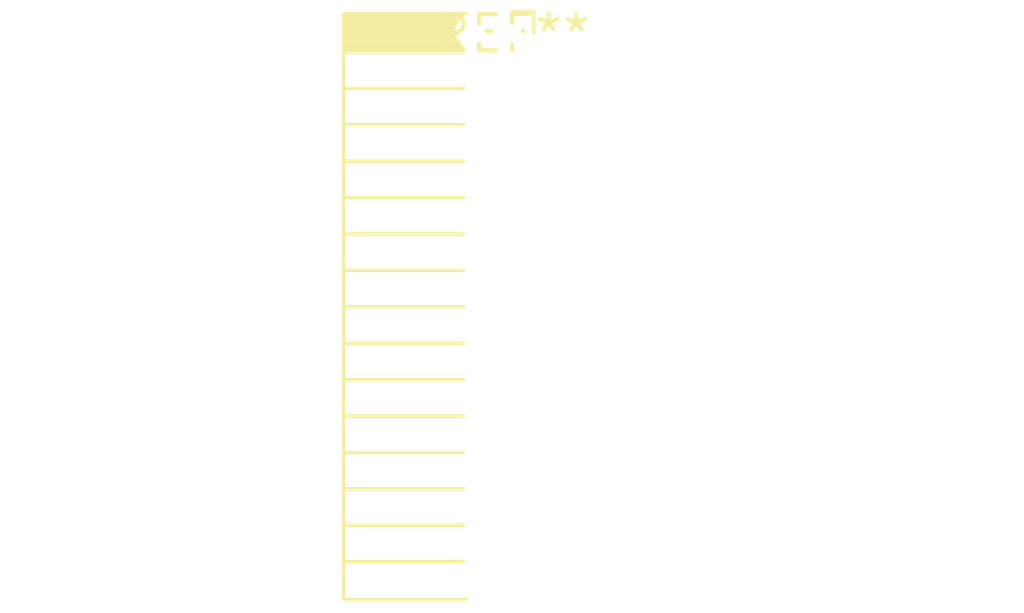
<source format=kicad_pcb>
(kicad_pcb (version 20240108) (generator pcbnew)
  (layers (0 "F.Cu" signal) (31 "B.Cu" signal) (34 "B.Paste" user) (35 "F.Paste" user) (36 "B.SilkS" user "B.Silkscreen") (37 "F.SilkS" user "F.Silkscreen") (38 "B.Mask" user) (39 "F.Mask" user) (44 "Edge.Cuts" user))
  (net 0 "")
  (footprint "PinSocket_2x16_P1.27mm_Horizontal" (layer "F.Cu") (at 0 0)
    (property "Reference" "REF**")
    (property "Value" "PinSocket_2x16_P1.27mm_Horizontal")
    (fp_line (start -5.88 -0.695) (end -5.88 19.745) (layer "F.SilkS") (stroke (width 0.12)))
    (fp_line (start -5.88 -0.695) (end -1.57753 -0.695) (layer "F.SilkS") (stroke (width 0.12)))
    (fp_line (start -5.88 -0.575) (end -1.766966 -0.575) (layer "F.SilkS") (stroke (width 0.12)))
    (fp_line (start -5.88 -0.465) (end -1.871145 -0.465) (layer "F.SilkS") (stroke (width 0.12)))
    (fp_line (start -5.88 -0.355) (end -1.941993 -0.355) (layer "F.SilkS") (stroke (width 0.12)))
    (fp_line (start -5.88 -0.245) (end -1.989427 -0.245) (layer "F.SilkS") (stroke (width 0.12)))
    (fp_line (start -5.88 -0.135) (end -2.017914 -0.135) (layer "F.SilkS") (stroke (width 0.12)))
    (fp_line (start -5.88 -0.025) (end -2.029589 -0.025) (layer "F.SilkS") (stroke (width 0.12)))
    (fp_line (start -5.88 0.085) (end -2.025232 0.085) (layer "F.SilkS") (stroke (width 0.12)))
    (fp_line (start -5.88 0.195) (end -2.004558 0.195) (layer "F.SilkS") (stroke (width 0.12)))
    (fp_line (start -5.88 0.305) (end -1.966114 0.305) (layer "F.SilkS") (stroke (width 0.12)))
    (fp_line (start -5.88 0.415) (end -1.906691 0.415) (layer "F.SilkS") (stroke (width 0.12)))
    (fp_line (start -5.88 0.525) (end -1.819523 0.525) (layer "F.SilkS") (stroke (width 0.12)))
    (fp_line (start -5.88 0.635) (end -1.687582 0.635) (layer "F.SilkS") (stroke (width 0.12)))
    (fp_line (start -5.88 1.905) (end -1.687582 1.905) (layer "F.SilkS") (stroke (width 0.12)))
    (fp_line (start -5.88 3.175) (end -1.687582 3.175) (layer "F.SilkS") (stroke (width 0.12)))
    (fp_line (start -5.88 4.445) (end -1.687582 4.445) (layer "F.SilkS") (stroke (width 0.12)))
    (fp_line (start -5.88 5.715) (end -1.687582 5.715) (layer "F.SilkS") (stroke (width 0.12)))
    (fp_line (start -5.88 6.985) (end -1.687582 6.985) (layer "F.SilkS") (stroke (width 0.12)))
    (fp_line (start -5.88 8.255) (end -1.687582 8.255) (layer "F.SilkS") (stroke (width 0.12)))
    (fp_line (start -5.88 9.525) (end -1.687582 9.525) (layer "F.SilkS") (stroke (width 0.12)))
    (fp_line (start -5.88 10.795) (end -1.687582 10.795) (layer "F.SilkS") (stroke (width 0.12)))
    (fp_line (start -5.88 12.065) (end -1.687582 12.065) (layer "F.SilkS") (stroke (width 0.12)))
    (fp_line (start -5.88 13.335) (end -1.687582 13.335) (layer "F.SilkS") (stroke (width 0.12)))
    (fp_line (start -5.88 14.605) (end -1.687582 14.605) (layer "F.SilkS") (stroke (width 0.12)))
    (fp_line (start -5.88 15.875) (end -1.687582 15.875) (layer "F.SilkS") (stroke (width 0.12)))
    (fp_line (start -5.88 17.145) (end -1.687582 17.145) (layer "F.SilkS") (stroke (width 0.12)))
    (fp_line (start -5.88 18.415) (end -1.687582 18.415) (layer "F.SilkS") (stroke (width 0.12)))
    (fp_line (start -5.88 19.745) (end -1.57753 19.745) (layer "F.SilkS") (stroke (width 0.12)))
    (fp_line (start 0 -0.76) (end 0.76 -0.76) (layer "F.SilkS") (stroke (width 0.12)))
    (fp_line (start 0.76 -0.76) (end 0.76 0) (layer "F.SilkS") (stroke (width 0.12)))
    (pad "1" thru_hole rect (at 0 0) (size 1 1) (drill 0.65) (layers *.Cu *.Mask) (remove_unused_layers))
    (pad "2" thru_hole oval (at -1.27 0) (size 1 1) (drill 0.65) (layers *.Cu *.Mask) (remove_unused_layers))
    (pad "3" thru_hole oval (at 0 1.27) (size 1 1) (drill 0.65) (layers *.Cu *.Mask) (remove_unused_layers))
    (pad "4" thru_hole oval (at -1.27 1.27) (size 1 1) (drill 0.65) (layers *.Cu *.Mask) (remove_unused_layers))
    (pad "5" thru_hole oval (at 0 2.54) (size 1 1) (drill 0.65) (layers *.Cu *.Mask) (remove_unused_layers))
    (pad "6" thru_hole oval (at -1.27 2.54) (size 1 1) (drill 0.65) (layers *.Cu *.Mask) (remove_unused_layers))
    (pad "7" thru_hole oval (at 0 3.81) (size 1 1) (drill 0.65) (layers *.Cu *.Mask) (remove_unused_layers))
    (pad "8" thru_hole oval (at -1.27 3.81) (size 1 1) (drill 0.65) (layers *.Cu *.Mask) (remove_unused_layers))
    (pad "9" thru_hole oval (at 0 5.08) (size 1 1) (drill 0.65) (layers *.Cu *.Mask) (remove_unused_layers))
    (pad "10" thru_hole oval (at -1.27 5.08) (size 1 1) (drill 0.65) (layers *.Cu *.Mask) (remove_unused_layers))
    (pad "11" thru_hole oval (at 0 6.35) (size 1 1) (drill 0.65) (layers *.Cu *.Mask) (remove_unused_layers))
    (pad "12" thru_hole oval (at -1.27 6.35) (size 1 1) (drill 0.65) (layers *.Cu *.Mask) (remove_unused_layers))
    (pad "13" thru_hole oval (at 0 7.62) (size 1 1) (drill 0.65) (layers *.Cu *.Mask) (remove_unused_layers))
    (pad "14" thru_hole oval (at -1.27 7.62) (size 1 1) (drill 0.65) (layers *.Cu *.Mask) (remove_unused_layers))
    (pad "15" thru_hole oval (at 0 8.89) (size 1 1) (drill 0.65) (layers *.Cu *.Mask) (remove_unused_layers))
    (pad "16" thru_hole oval (at -1.27 8.89) (size 1 1) (drill 0.65) (layers *.Cu *.Mask) (remove_unused_layers))
    (pad "17" thru_hole oval (at 0 10.16) (size 1 1) (drill 0.65) (layers *.Cu *.Mask) (remove_unused_layers))
    (pad "18" thru_hole oval (at -1.27 10.16) (size 1 1) (drill 0.65) (layers *.Cu *.Mask) (remove_unused_layers))
    (pad "19" thru_hole oval (at 0 11.43) (size 1 1) (drill 0.65) (layers *.Cu *.Mask) (remove_unused_layers))
    (pad "20" thru_hole oval (at -1.27 11.43) (size 1 1) (drill 0.65) (layers *.Cu *.Mask) (remove_unused_layers))
    (pad "21" thru_hole oval (at 0 12.7) (size 1 1) (drill 0.65) (layers *.Cu *.Mask) (remove_unused_layers))
    (pad "22" thru_hole oval (at -1.27 12.7) (size 1 1) (drill 0.65) (layers *.Cu *.Mask) (remove_unused_layers))
    (pad "23" thru_hole oval (at 0 13.97) (size 1 1) (drill 0.65) (layers *.Cu *.Mask) (remove_unused_layers))
    (pad "24" thru_hole oval (at -1.27 13.97) (size 1 1) (drill 0.65) (layers *.Cu *.Mask) (remove_unused_layers))
    (pad "25" thru_hole oval (at 0 15.24) (size 1 1) (drill 0.65) (layers *.Cu *.Mask) (remove_unused_layers))
    (pad "26" thru_hole oval (at -1.27 15.24) (size 1 1) (drill 0.65) (layers *.Cu *.Mask) (remove_unused_layers))
    (pad "27" thru_hole oval (at 0 16.51) (size 1 1) (drill 0.65) (layers *.Cu *.Mask) (remove_unused_layers))
    (pad "28" thru_hole oval (at -1.27 16.51) (size 1 1) (drill 0.65) (layers *.Cu *.Mask) (remove_unused_layers))
    (pad "29" thru_hole oval (at 0 17.78) (size 1 1) (drill 0.65) (layers *.Cu *.Mask) (remove_unused_layers))
    (pad "30" thru_hole oval (at -1.27 17.78) (size 1 1) (drill 0.65) (layers *.Cu *.Mask) (remove_unused_layers))
    (pad "31" thru_hole oval (at 0 19.05) (size 1 1) (drill 0.65) (layers *.Cu *.Mask) (remove_unused_layers))
    (pad "32" thru_hole oval (at -1.27 19.05) (size 1 1) (drill 0.65) (layers *.Cu *.Mask) (remove_unused_layers))
  )
)
</source>
